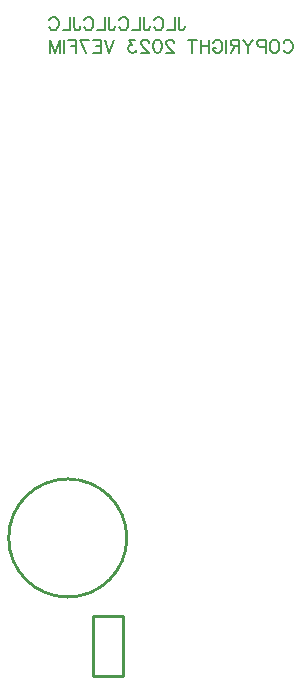
<source format=gbo>
G04 Layer: BottomSilkscreenLayer*
G04 Panelize: , Column: 2, Row: 2, Board Size: 127.89mm x 58.42mm, Panelized Board Size: 257.78mm x 118.84mm*
G04 EasyEDA v6.5.34, 2023-08-21 18:11:39*
G04 e8c068331ae34e3d8125ef6c1ac767d1,5a6b42c53f6a479593ecc07194224c93,10*
G04 Gerber Generator version 0.2*
G04 Scale: 100 percent, Rotated: No, Reflected: No *
G04 Dimensions in millimeters *
G04 leading zeros omitted , absolute positions ,4 integer and 5 decimal *
%FSLAX45Y45*%
%MOMM*%

%ADD10C,0.1524*%
%ADD11C,0.1520*%
%ADD12C,0.2540*%

%LPD*%
D10*
X2754167Y5486862D02*
G01*
X2759364Y5497253D01*
X2769755Y5507644D01*
X2780144Y5512838D01*
X2800926Y5512838D01*
X2811317Y5507644D01*
X2821708Y5497253D01*
X2826905Y5486862D01*
X2832100Y5471274D01*
X2832100Y5445297D01*
X2826905Y5429712D01*
X2821708Y5419321D01*
X2811317Y5408929D01*
X2800926Y5403735D01*
X2780144Y5403735D01*
X2769755Y5408929D01*
X2759364Y5419321D01*
X2754167Y5429712D01*
X2688704Y5512838D02*
G01*
X2699095Y5507644D01*
X2709486Y5497253D01*
X2714683Y5486862D01*
X2719877Y5471274D01*
X2719877Y5445297D01*
X2714683Y5429712D01*
X2709486Y5419321D01*
X2699095Y5408929D01*
X2688704Y5403735D01*
X2667924Y5403735D01*
X2657533Y5408929D01*
X2647142Y5419321D01*
X2641945Y5429712D01*
X2636751Y5445297D01*
X2636751Y5471274D01*
X2641945Y5486862D01*
X2647142Y5497253D01*
X2657533Y5507644D01*
X2667924Y5512838D01*
X2688704Y5512838D01*
X2602461Y5512838D02*
G01*
X2602461Y5403735D01*
X2602461Y5512838D02*
G01*
X2555702Y5512838D01*
X2540114Y5507644D01*
X2534920Y5502447D01*
X2529725Y5492056D01*
X2529725Y5476471D01*
X2534920Y5466079D01*
X2540114Y5460885D01*
X2555702Y5455688D01*
X2602461Y5455688D01*
X2495435Y5512838D02*
G01*
X2453871Y5460885D01*
X2453871Y5403735D01*
X2412306Y5512838D02*
G01*
X2453871Y5460885D01*
X2378016Y5512838D02*
G01*
X2378016Y5403735D01*
X2378016Y5512838D02*
G01*
X2331257Y5512838D01*
X2315672Y5507644D01*
X2310475Y5502447D01*
X2305281Y5492056D01*
X2305281Y5481665D01*
X2310475Y5471274D01*
X2315672Y5466079D01*
X2331257Y5460885D01*
X2378016Y5460885D01*
X2341648Y5460885D02*
G01*
X2305281Y5403735D01*
X2270991Y5512838D02*
G01*
X2270991Y5403735D01*
X2158768Y5486862D02*
G01*
X2163965Y5497253D01*
X2174354Y5507644D01*
X2184745Y5512838D01*
X2205527Y5512838D01*
X2215918Y5507644D01*
X2226309Y5497253D01*
X2231504Y5486862D01*
X2236701Y5471274D01*
X2236701Y5445297D01*
X2231504Y5429712D01*
X2226309Y5419321D01*
X2215918Y5408929D01*
X2205527Y5403735D01*
X2184745Y5403735D01*
X2174354Y5408929D01*
X2163965Y5419321D01*
X2158768Y5429712D01*
X2158768Y5445297D01*
X2184745Y5445297D02*
G01*
X2158768Y5445297D01*
X2124478Y5512838D02*
G01*
X2124478Y5403735D01*
X2051743Y5512838D02*
G01*
X2051743Y5403735D01*
X2124478Y5460885D02*
G01*
X2051743Y5460885D01*
X1981085Y5512838D02*
G01*
X1981085Y5403735D01*
X2017453Y5512838D02*
G01*
X1944715Y5512838D01*
X1825221Y5486862D02*
G01*
X1825221Y5492056D01*
X1820024Y5502447D01*
X1814829Y5507644D01*
X1804438Y5512838D01*
X1783656Y5512838D01*
X1773265Y5507644D01*
X1768071Y5502447D01*
X1762874Y5492056D01*
X1762874Y5481665D01*
X1768071Y5471274D01*
X1778462Y5455688D01*
X1830415Y5403735D01*
X1757679Y5403735D01*
X1692216Y5512838D02*
G01*
X1707804Y5507644D01*
X1718195Y5492056D01*
X1723389Y5466079D01*
X1723389Y5450494D01*
X1718195Y5424515D01*
X1707804Y5408929D01*
X1692216Y5403735D01*
X1681825Y5403735D01*
X1666239Y5408929D01*
X1655848Y5424515D01*
X1650654Y5450494D01*
X1650654Y5466079D01*
X1655848Y5492056D01*
X1666239Y5507644D01*
X1681825Y5512838D01*
X1692216Y5512838D01*
X1611167Y5486862D02*
G01*
X1611167Y5492056D01*
X1605973Y5502447D01*
X1600776Y5507644D01*
X1590385Y5512838D01*
X1569605Y5512838D01*
X1559214Y5507644D01*
X1554017Y5502447D01*
X1548823Y5492056D01*
X1548823Y5481665D01*
X1554017Y5471274D01*
X1564408Y5455688D01*
X1616364Y5403735D01*
X1543626Y5403735D01*
X1498945Y5512838D02*
G01*
X1441795Y5512838D01*
X1472968Y5471274D01*
X1457383Y5471274D01*
X1446992Y5466079D01*
X1441795Y5460885D01*
X1436601Y5445297D01*
X1436601Y5434906D01*
X1441795Y5419321D01*
X1452186Y5408929D01*
X1467774Y5403735D01*
X1483360Y5403735D01*
X1498945Y5408929D01*
X1504142Y5414124D01*
X1509336Y5424515D01*
X1322301Y5512838D02*
G01*
X1280736Y5403735D01*
X1239174Y5512838D02*
G01*
X1280736Y5403735D01*
X1204884Y5512838D02*
G01*
X1204884Y5403735D01*
X1204884Y5512838D02*
G01*
X1137343Y5512838D01*
X1204884Y5460885D02*
G01*
X1163320Y5460885D01*
X1204884Y5403735D02*
G01*
X1137343Y5403735D01*
X1030315Y5512838D02*
G01*
X1082271Y5403735D01*
X1103053Y5512838D02*
G01*
X1030315Y5512838D01*
X996025Y5512838D02*
G01*
X996025Y5403735D01*
X996025Y5512838D02*
G01*
X928484Y5512838D01*
X996025Y5460885D02*
G01*
X954463Y5460885D01*
X894194Y5512838D02*
G01*
X894194Y5403735D01*
X859904Y5512838D02*
G01*
X859904Y5403735D01*
X859904Y5512838D02*
G01*
X818342Y5403735D01*
X776777Y5512838D02*
G01*
X818342Y5403735D01*
X776777Y5512838D02*
G01*
X776777Y5403735D01*
D11*
X1865744Y5703338D02*
G01*
X1865744Y5620212D01*
X1870941Y5604624D01*
X1876135Y5599429D01*
X1886526Y5594235D01*
X1896917Y5594235D01*
X1907308Y5599429D01*
X1912505Y5604624D01*
X1917700Y5620212D01*
X1917700Y5630603D01*
X1831454Y5703338D02*
G01*
X1831454Y5594235D01*
X1831454Y5594235D02*
G01*
X1769110Y5594235D01*
X1656887Y5677362D02*
G01*
X1662084Y5687753D01*
X1672475Y5698144D01*
X1682864Y5703338D01*
X1703646Y5703338D01*
X1714037Y5698144D01*
X1724428Y5687753D01*
X1729625Y5677362D01*
X1734820Y5661774D01*
X1734820Y5635797D01*
X1729625Y5620212D01*
X1724428Y5609821D01*
X1714037Y5599429D01*
X1703646Y5594235D01*
X1682864Y5594235D01*
X1672475Y5599429D01*
X1662084Y5609821D01*
X1656887Y5620212D01*
X1570644Y5703338D02*
G01*
X1570644Y5620212D01*
X1575838Y5604624D01*
X1581035Y5599429D01*
X1591424Y5594235D01*
X1601815Y5594235D01*
X1612206Y5599429D01*
X1617403Y5604624D01*
X1622597Y5620212D01*
X1622597Y5630603D01*
X1536354Y5703338D02*
G01*
X1536354Y5594235D01*
X1536354Y5594235D02*
G01*
X1474007Y5594235D01*
X1361785Y5677362D02*
G01*
X1366982Y5687753D01*
X1377373Y5698144D01*
X1387764Y5703338D01*
X1408544Y5703338D01*
X1418935Y5698144D01*
X1429326Y5687753D01*
X1434523Y5677362D01*
X1439717Y5661774D01*
X1439717Y5635797D01*
X1434523Y5620212D01*
X1429326Y5609821D01*
X1418935Y5599429D01*
X1408544Y5594235D01*
X1387764Y5594235D01*
X1377373Y5599429D01*
X1366982Y5609821D01*
X1361785Y5620212D01*
X1275542Y5703338D02*
G01*
X1275542Y5620212D01*
X1280736Y5604624D01*
X1285933Y5599429D01*
X1296324Y5594235D01*
X1306715Y5594235D01*
X1317104Y5599429D01*
X1322301Y5604624D01*
X1327495Y5620212D01*
X1327495Y5630603D01*
X1241252Y5703338D02*
G01*
X1241252Y5594235D01*
X1241252Y5594235D02*
G01*
X1178905Y5594235D01*
X1066685Y5677362D02*
G01*
X1071879Y5687753D01*
X1082271Y5698144D01*
X1092662Y5703338D01*
X1113444Y5703338D01*
X1123835Y5698144D01*
X1134224Y5687753D01*
X1139421Y5677362D01*
X1144615Y5661774D01*
X1144615Y5635797D01*
X1139421Y5620212D01*
X1134224Y5609821D01*
X1123835Y5599429D01*
X1113444Y5594235D01*
X1092662Y5594235D01*
X1082271Y5599429D01*
X1071879Y5609821D01*
X1066685Y5620212D01*
X980439Y5703338D02*
G01*
X980439Y5620212D01*
X985634Y5604624D01*
X990831Y5599429D01*
X1001222Y5594235D01*
X1011613Y5594235D01*
X1022004Y5599429D01*
X1027198Y5604624D01*
X1032395Y5620212D01*
X1032395Y5630603D01*
X946150Y5703338D02*
G01*
X946150Y5594235D01*
X946150Y5594235D02*
G01*
X883805Y5594235D01*
X771583Y5677362D02*
G01*
X776777Y5687753D01*
X787168Y5698144D01*
X797560Y5703338D01*
X818342Y5703338D01*
X828733Y5698144D01*
X839124Y5687753D01*
X844318Y5677362D01*
X849515Y5661774D01*
X849515Y5635797D01*
X844318Y5620212D01*
X839124Y5609821D01*
X828733Y5599429D01*
X818342Y5594235D01*
X797560Y5594235D01*
X787168Y5599429D01*
X776777Y5609821D01*
X771583Y5620212D01*
D12*
G75*
G01
X1427099Y1295400D02*
G03X1427099Y1295400I-499999J0D01*
X1143000Y635000D02*
G01*
X1397000Y635000D01*
X1397000Y127000D01*
X1143000Y127000D01*
X1143000Y635000D01*
M02*

</source>
